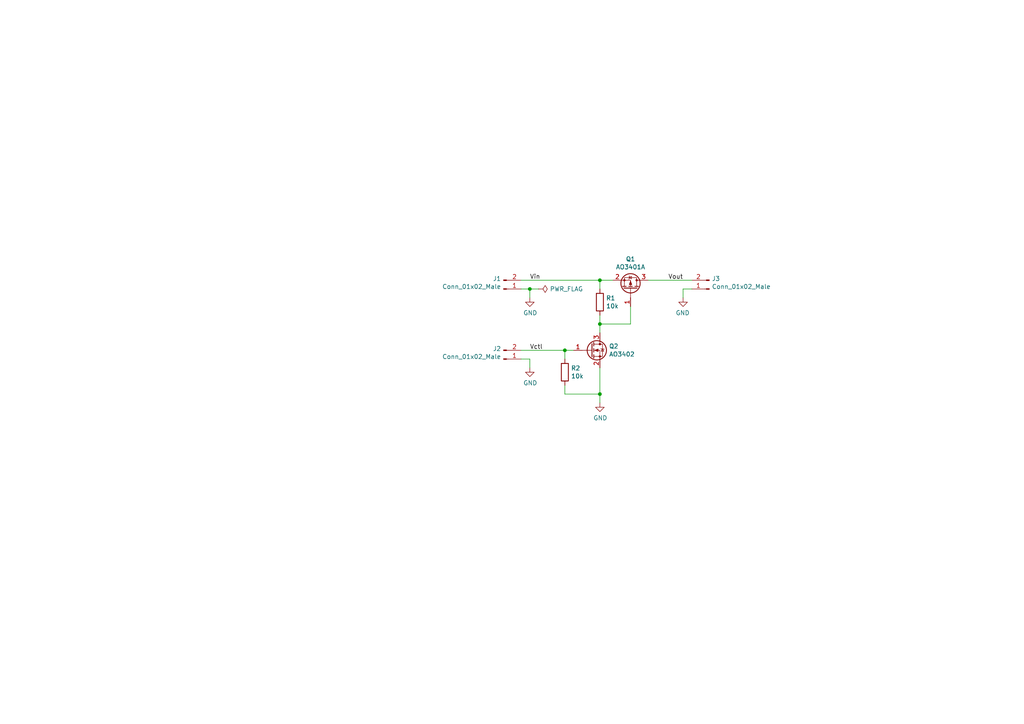
<source format=kicad_sch>
(kicad_sch (version 20211123) (generator eeschema)
  (paper "A4")
  (lib_symbols
    (symbol "Connector:Conn_01x02_Male" (pin_names (offset 1.016) hide)
      (property "Reference" "J" (at 0 2.54 0))
      (property "Value" "Conn_01x02_Male" (at 0 -5.08 0))
      (symbol "Conn_01x02_Male_1_1"
        (polyline (pts (xy 1.27 -2.54) (xy 0.8636 -2.54)) (stroke (width 0.1524)))
        (polyline (pts (xy 1.27 0) (xy 0.8636 0)) (stroke (width 0.1524)))
        (rectangle (start 0.8636 -2.413) (end 0 -2.667) (stroke (width 0.1524)) (fill (type outline)))
        (rectangle (start 0.8636 0.127) (end 0 -0.127) (stroke (width 0.1524)) (fill (type outline)))
        (pin passive line (at 5.08 0 180) (length 3.81) (name "Pin_1") (number "1"))
        (pin passive line (at 5.08 -2.54 180) (length 3.81) (name "Pin_2") (number "2"))
      )
    )
    (symbol "Device:Q_NMOS_GSD" (pin_names (offset 0) hide)
      (property "Reference" "Q" (at 5.08 1.27 0))
      (property "Value" "Q_NMOS_GSD" (at 5.08 -1.27 0))
      (symbol "Q_NMOS_GSD_0_1"
        (polyline (pts (xy 0.254 0) (xy -2.54 0)))
        (polyline (pts (xy 0.254 1.905) (xy 0.254 -1.905)) (stroke (width 0.254)))
        (polyline (pts (xy 0.762 -1.27) (xy 0.762 -2.286)) (stroke (width 0.254)))
        (polyline (pts (xy 0.762 0.508) (xy 0.762 -0.508)) (stroke (width 0.254)))
        (polyline (pts (xy 0.762 2.286) (xy 0.762 1.27)) (stroke (width 0.254)))
        (polyline (pts (xy 2.54 2.54) (xy 2.54 1.778)))
        (polyline (pts (xy 2.54 -2.54) (xy 2.54 0) (xy 0.762 0)))
        (polyline (pts (xy 0.762 -1.778) (xy 3.302 -1.778) (xy 3.302 1.778) (xy 0.762 1.778)))
        (polyline (pts (xy 1.016 0) (xy 2.032 0.381) (xy 2.032 -0.381) (xy 1.016 0)) (fill (type outline)))
        (polyline (pts (xy 2.794 0.508) (xy 2.921 0.381) (xy 3.683 0.381) (xy 3.81 0.254)))
        (polyline (pts (xy 3.302 0.381) (xy 2.921 -0.254) (xy 3.683 -0.254) (xy 3.302 0.381)))
        (circle (center 1.651 0) (radius 2.794) (stroke (width 0.254)))
        (circle (center 2.54 -1.778) (radius 0.254) (fill (type outline)))
        (circle (center 2.54 1.778) (radius 0.254) (fill (type outline)))
      )
      (symbol "Q_NMOS_GSD_1_1"
        (pin input line (at -5.08 0 0) (length 2.54) (name "G") (number "1"))
        (pin passive line (at 2.54 -5.08 90) (length 2.54) (name "S") (number "2"))
        (pin passive line (at 2.54 5.08 270) (length 2.54) (name "D") (number "3"))
      )
    )
    (symbol "Device:Q_PMOS_GSD" (pin_names (offset 0) hide)
      (property "Reference" "Q" (at 5.08 1.27 0))
      (property "Value" "Q_PMOS_GSD" (at 5.08 -1.27 0))
      (symbol "Q_PMOS_GSD_0_1"
        (polyline (pts (xy 0.254 0) (xy -2.54 0)))
        (polyline (pts (xy 0.254 1.905) (xy 0.254 -1.905)) (stroke (width 0.254)))
        (polyline (pts (xy 0.762 -1.27) (xy 0.762 -2.286)) (stroke (width 0.254)))
        (polyline (pts (xy 0.762 0.508) (xy 0.762 -0.508)) (stroke (width 0.254)))
        (polyline (pts (xy 0.762 2.286) (xy 0.762 1.27)) (stroke (width 0.254)))
        (polyline (pts (xy 2.54 2.54) (xy 2.54 1.778)))
        (polyline (pts (xy 2.54 -2.54) (xy 2.54 0) (xy 0.762 0)))
        (polyline (pts (xy 0.762 1.778) (xy 3.302 1.778) (xy 3.302 -1.778) (xy 0.762 -1.778)))
        (polyline (pts (xy 2.286 0) (xy 1.27 0.381) (xy 1.27 -0.381) (xy 2.286 0)) (fill (type outline)))
        (polyline (pts (xy 2.794 -0.508) (xy 2.921 -0.381) (xy 3.683 -0.381) (xy 3.81 -0.254)))
        (polyline (pts (xy 3.302 -0.381) (xy 2.921 0.254) (xy 3.683 0.254) (xy 3.302 -0.381)))
        (circle (center 1.651 0) (radius 2.794) (stroke (width 0.254)))
        (circle (center 2.54 -1.778) (radius 0.254) (fill (type outline)))
        (circle (center 2.54 1.778) (radius 0.254) (fill (type outline)))
      )
      (symbol "Q_PMOS_GSD_1_1"
        (pin input line (at -5.08 0 0) (length 2.54) (name "G") (number "1"))
        (pin passive line (at 2.54 -5.08 90) (length 2.54) (name "S") (number "2"))
        (pin passive line (at 2.54 5.08 270) (length 2.54) (name "D") (number "3"))
      )
    )
    (symbol "Device:R" (pin_numbers hide) (pin_names (offset 0))
      (property "Reference" "R" (at 2.032 0 90))
      (property "Value" "R" (at 0 0 90))
      (symbol "R_0_1"
        (rectangle (start -1.016 -2.54) (end 1.016 2.54) (stroke (width 0.254)))
      )
      (symbol "R_1_1"
        (pin passive line (at 0 3.81 270) (length 1.27) (name "~") (number "1"))
        (pin passive line (at 0 -3.81 90) (length 1.27) (name "~") (number "2"))
      )
    )
    (symbol "power:GND" (power) (pin_names (offset 0))
      (property "Value" "GND" (at 0 -3.81 0))
      (symbol "GND_0_1"
        (polyline (pts (xy 0 0) (xy 0 -1.27) (xy 1.27 -1.27) (xy 0 -2.54) (xy -1.27 -1.27) (xy 0 -1.27)))
      )
      (symbol "GND_1_1"
        (pin power_in line (at 0 0 270) (length 0) hide (name "GND") (number "1"))
      )
    )
    (symbol "power:PWR_FLAG" (power) (pin_numbers hide) (pin_names (offset 0) hide)
      (property "Value" "PWR_FLAG" (at 0 3.81 0))
      (symbol "PWR_FLAG_0_0"
        (pin power_out line (at 0 0 90) (length 0) (name "pwr") (number "1"))
      )
      (symbol "PWR_FLAG_0_1"
        (polyline (pts (xy 0 0) (xy 0 1.27) (xy -1.016 1.905) (xy 0 2.54) (xy 1.016 1.905) (xy 0 1.27)))
      )
    )
  )
  (junction (at 153.67 83.82))
  (junction (at 163.83 101.6))
  (junction (at 173.99 114.3))
  (junction (at 173.99 81.28))
  (junction (at 173.99 93.98))
  (wire (pts (xy 198.12 83.82) (xy 198.12 86.36)))
  (wire (pts (xy 173.99 116.84) (xy 173.99 114.3)))
  (wire (pts (xy 153.67 104.14) (xy 153.67 106.68)))
  (wire (pts (xy 187.96 81.28) (xy 200.66 81.28)))
  (wire (pts (xy 153.67 83.82) (xy 151.13 83.82)))
  (wire (pts (xy 151.13 81.28) (xy 173.99 81.28)))
  (wire (pts (xy 200.66 83.82) (xy 198.12 83.82)))
  (wire (pts (xy 182.88 93.98) (xy 182.88 88.9)))
  (wire (pts (xy 173.99 93.98) (xy 173.99 96.52)))
  (wire (pts (xy 151.13 101.6) (xy 163.83 101.6)))
  (wire (pts (xy 153.67 86.36) (xy 153.67 83.82)))
  (wire (pts (xy 163.83 101.6) (xy 163.83 104.14)))
  (wire (pts (xy 173.99 93.98) (xy 182.88 93.98)))
  (wire (pts (xy 163.83 111.76) (xy 163.83 114.3)))
  (wire (pts (xy 156.21 83.82) (xy 153.67 83.82)))
  (wire (pts (xy 163.83 101.6) (xy 166.37 101.6)))
  (wire (pts (xy 173.99 81.28) (xy 177.8 81.28)))
  (wire (pts (xy 163.83 114.3) (xy 173.99 114.3)))
  (wire (pts (xy 173.99 114.3) (xy 173.99 106.68)))
  (wire (pts (xy 151.13 104.14) (xy 153.67 104.14)))
  (wire (pts (xy 173.99 81.28) (xy 173.99 83.82)))
  (wire (pts (xy 173.99 91.44) (xy 173.99 93.98)))
  (label "Vout" (at 198.12 81.28 180))
  (label "Vin" (at 153.67 81.28 0))
  (label "Vctl" (at 153.67 101.6 0))
  (symbol (lib_id "Device:Q_PMOS_GSD") (at 182.88 83.82 270) (mirror x) (unit 1)
    (property "Reference" "Q1" (at 182.88 75.1332 90))
    (property "Value" "AO3401A" (at 182.88 77.4446 90))
    (property "Footprint" "Package_TO_SOT_SMD:SOT-23" (effects hide))
    (property "Datasheet" "http://www.aosmd.com/res/data_sheets/AO3401A.pdf" (effects hide))
  )
  (symbol (lib_id "Device:R") (at 173.99 87.63 0) (unit 1)
    (property "Reference" "R1" (at 175.768 86.4616 0) (effects (justify left)))
    (property "Value" "10k" (at 175.768 88.773 0) (effects (justify left)))
    (property "Footprint" "Resistor_SMD:R_0805_2012Metric" (effects hide))
  )
  (symbol (lib_id "Device:Q_NMOS_GSD") (at 171.45 101.6 0) (unit 1)
    (property "Reference" "Q2" (at 176.6316 100.4316 0) (effects (justify left)))
    (property "Value" "AO3402" (at 176.6316 102.743 0) (effects (justify left)))
    (property "Footprint" "Package_TO_SOT_SMD:SOT-23" (effects hide))
    (property "Datasheet" "http://www.aosmd.com/res/data_sheets/AO3402.pdf" (effects hide))
  )
  (symbol (lib_id "Device:R") (at 163.83 107.95 0) (unit 1)
    (property "Reference" "R2" (at 165.608 106.7816 0) (effects (justify left)))
    (property "Value" "10k" (at 165.608 109.093 0) (effects (justify left)))
    (property "Footprint" "Resistor_SMD:R_0805_2012Metric" (effects hide))
  )
  (symbol (lib_id "Connector:Conn_01x02_Male") (at 146.05 83.82 0) (mirror x) (unit 1)
    (property "Reference" "J1" (at 145.3388 80.8228 0) (effects (justify right)))
    (property "Value" "Conn_01x02_Male" (at 145.3388 83.1342 0) (effects (justify right)))
    (property "Footprint" "Connector_JST:JST_XH_B2B-XH-A_1x02_P2.50mm_Vertical" (effects hide))
  )
  (symbol (lib_id "power:GND") (at 173.99 116.84 0) (unit 1)
    (property "Reference" "#PWR0101" (effects hide))
    (property "Value" "GND" (at 174.117 121.2342 0))
  )
  (symbol (lib_id "power:GND") (at 153.67 86.36 0) (unit 1)
    (property "Reference" "#PWR0103" (effects hide))
    (property "Value" "GND" (at 153.797 90.7542 0))
  )
  (symbol (lib_id "power:PWR_FLAG") (at 156.21 83.82 270) (mirror x) (unit 1)
    (property "Reference" "#FLG0102" (effects hide))
    (property "Value" "PWR_FLAG" (at 159.4612 83.82 90) (effects (justify left)))
  )
  (symbol (lib_id "Connector:Conn_01x02_Male") (at 205.74 83.82 180) (unit 1)
    (property "Reference" "J3" (at 206.4512 80.8228 0) (effects (justify right)))
    (property "Value" "Conn_01x02_Male" (at 206.4512 83.1342 0) (effects (justify right)))
    (property "Footprint" "Connector_JST:JST_XH_B2B-XH-A_1x02_P2.50mm_Vertical" (effects hide))
  )
  (symbol (lib_id "power:GND") (at 198.12 86.36 0) (mirror y) (unit 1)
    (property "Reference" "#PWR0104" (effects hide))
    (property "Value" "GND" (at 197.993 90.7542 0))
  )
  (symbol (lib_id "Connector:Conn_01x02_Male") (at 146.05 104.14 0) (mirror x) (unit 1)
    (property "Reference" "J2" (at 145.3388 101.1428 0) (effects (justify right)))
    (property "Value" "Conn_01x02_Male" (at 145.3388 103.4542 0) (effects (justify right)))
    (property "Footprint" "Connector_JST:JST_XH_B2B-XH-A_1x02_P2.50mm_Vertical" (effects hide))
  )
  (symbol (lib_id "power:GND") (at 153.67 106.68 0) (unit 1)
    (property "Reference" "#PWR0106" (effects hide))
    (property "Value" "GND" (at 153.797 111.0742 0))
  )
)
</source>
